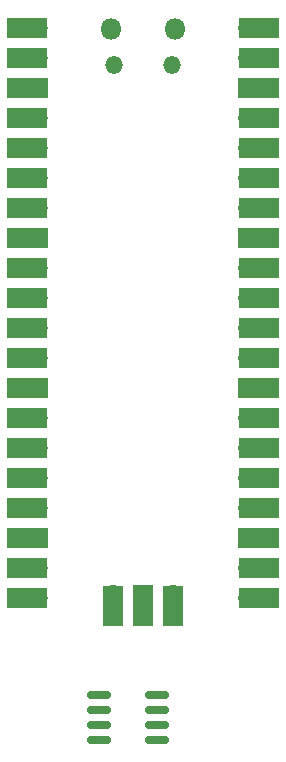
<source format=gbr>
%TF.GenerationSoftware,KiCad,Pcbnew,7.0.9*%
%TF.CreationDate,2023-12-23T19:40:19-06:00*%
%TF.ProjectId,picow_eeprom,7069636f-775f-4656-9570-726f6d2e6b69,rev?*%
%TF.SameCoordinates,Original*%
%TF.FileFunction,Soldermask,Top*%
%TF.FilePolarity,Negative*%
%FSLAX46Y46*%
G04 Gerber Fmt 4.6, Leading zero omitted, Abs format (unit mm)*
G04 Created by KiCad (PCBNEW 7.0.9) date 2023-12-23 19:40:19*
%MOMM*%
%LPD*%
G01*
G04 APERTURE LIST*
G04 Aperture macros list*
%AMRoundRect*
0 Rectangle with rounded corners*
0 $1 Rounding radius*
0 $2 $3 $4 $5 $6 $7 $8 $9 X,Y pos of 4 corners*
0 Add a 4 corners polygon primitive as box body*
4,1,4,$2,$3,$4,$5,$6,$7,$8,$9,$2,$3,0*
0 Add four circle primitives for the rounded corners*
1,1,$1+$1,$2,$3*
1,1,$1+$1,$4,$5*
1,1,$1+$1,$6,$7*
1,1,$1+$1,$8,$9*
0 Add four rect primitives between the rounded corners*
20,1,$1+$1,$2,$3,$4,$5,0*
20,1,$1+$1,$4,$5,$6,$7,0*
20,1,$1+$1,$6,$7,$8,$9,0*
20,1,$1+$1,$8,$9,$2,$3,0*%
G04 Aperture macros list end*
%ADD10RoundRect,0.150000X-0.825000X-0.150000X0.825000X-0.150000X0.825000X0.150000X-0.825000X0.150000X0*%
%ADD11R,1.700000X3.500000*%
%ADD12O,1.700000X1.700000*%
%ADD13R,1.700000X1.700000*%
%ADD14R,3.500000X1.700000*%
%ADD15O,1.500000X1.500000*%
%ADD16O,1.800000X1.800000*%
G04 APERTURE END LIST*
D10*
%TO.C,U2*%
X39210000Y-77880000D03*
X39210000Y-79150000D03*
X39210000Y-80420000D03*
X39210000Y-81690000D03*
X44160000Y-81690000D03*
X44160000Y-80420000D03*
X44160000Y-79150000D03*
X44160000Y-77880000D03*
%TD*%
D11*
%TO.C,U1*%
X45495000Y-70295000D03*
D12*
X45495000Y-69395000D03*
D11*
X42955000Y-70295000D03*
D13*
X42955000Y-69395000D03*
D12*
X40415000Y-69395000D03*
D11*
X40415000Y-70295000D03*
D14*
X52745000Y-21365000D03*
D12*
X51845000Y-21365000D03*
X51845000Y-23905000D03*
D14*
X52745000Y-23905000D03*
D13*
X51845000Y-26445000D03*
D14*
X52745000Y-26445000D03*
D12*
X51845000Y-28985000D03*
D14*
X52745000Y-28985000D03*
X52745000Y-31525000D03*
D12*
X51845000Y-31525000D03*
X51845000Y-34065000D03*
D14*
X52745000Y-34065000D03*
D12*
X51845000Y-36605000D03*
D14*
X52745000Y-36605000D03*
D13*
X51845000Y-39145000D03*
D14*
X52745000Y-39145000D03*
X52745000Y-41685000D03*
D12*
X51845000Y-41685000D03*
D14*
X52745000Y-44225000D03*
D12*
X51845000Y-44225000D03*
X51845000Y-46765000D03*
D14*
X52745000Y-46765000D03*
X52745000Y-49305000D03*
D12*
X51845000Y-49305000D03*
D14*
X52745000Y-51845000D03*
D13*
X51845000Y-51845000D03*
D14*
X52745000Y-54385000D03*
D12*
X51845000Y-54385000D03*
X51845000Y-56925000D03*
D14*
X52745000Y-56925000D03*
D12*
X51845000Y-59465000D03*
D14*
X52745000Y-59465000D03*
X52745000Y-62005000D03*
D12*
X51845000Y-62005000D03*
D13*
X51845000Y-64545000D03*
D14*
X52745000Y-64545000D03*
D12*
X51845000Y-67085000D03*
D14*
X52745000Y-67085000D03*
D12*
X51845000Y-69625000D03*
D14*
X52745000Y-69625000D03*
D12*
X34065000Y-69625000D03*
D14*
X33165000Y-69625000D03*
X33165000Y-67085000D03*
D12*
X34065000Y-67085000D03*
D13*
X34065000Y-64545000D03*
D14*
X33165000Y-64545000D03*
D12*
X34065000Y-62005000D03*
D14*
X33165000Y-62005000D03*
D12*
X34065000Y-59465000D03*
D14*
X33165000Y-59465000D03*
X33165000Y-56925000D03*
D12*
X34065000Y-56925000D03*
X34065000Y-54385000D03*
D14*
X33165000Y-54385000D03*
X33165000Y-51845000D03*
D13*
X34065000Y-51845000D03*
D14*
X33165000Y-49305000D03*
D12*
X34065000Y-49305000D03*
X34065000Y-46765000D03*
D14*
X33165000Y-46765000D03*
X33165000Y-44225000D03*
D12*
X34065000Y-44225000D03*
X34065000Y-41685000D03*
D14*
X33165000Y-41685000D03*
X33165000Y-39145000D03*
D13*
X34065000Y-39145000D03*
D12*
X34065000Y-36605000D03*
D14*
X33165000Y-36605000D03*
X33165000Y-34065000D03*
D12*
X34065000Y-34065000D03*
D14*
X33165000Y-31525000D03*
D12*
X34065000Y-31525000D03*
D14*
X33165000Y-28985000D03*
D12*
X34065000Y-28985000D03*
D13*
X34065000Y-26445000D03*
D14*
X33165000Y-26445000D03*
X33165000Y-23905000D03*
D12*
X34065000Y-23905000D03*
D14*
X33165000Y-21365000D03*
D12*
X34065000Y-21365000D03*
D15*
X45380000Y-24525000D03*
X40530000Y-24525000D03*
D16*
X40230000Y-21495000D03*
X45680000Y-21495000D03*
%TD*%
M02*

</source>
